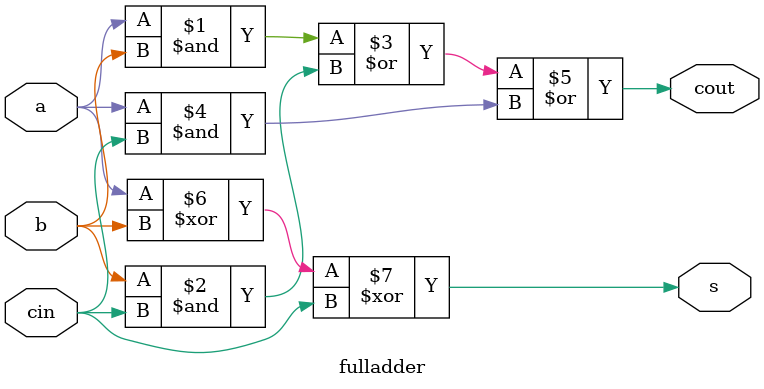
<source format=v>
module top_module( 
    input [2:0] a, b,
    input cin,
    output [2:0] cout,
    output [2:0] sum );
    
    fulladder F0(.a(a[0]),.b(b[0]),.cin(cin),.s(sum[0]),.cout(cout[0]));
    fulladder F1(.a(a[1]),.b(b[1]),.cin(cout[0]),.s(sum[1]),.cout(cout[1]));
    fulladder F2(.a(a[2]),.b(b[2]),.cin(cout[1]),.s(sum[2]),.cout(cout[2]));
endmodule
module fulladder(input a,b,cin, output s, cout);
    assign cout = (a&b)|(b&cin)|(a&cin);
    assign s = a^b^cin;
endmodule

</source>
